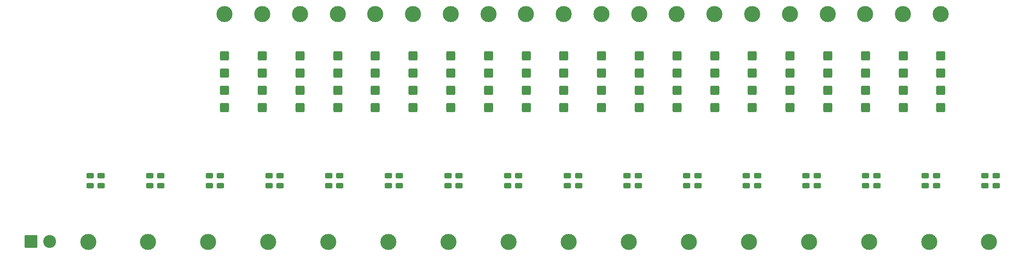
<source format=gbr>
%TF.GenerationSoftware,KiCad,Pcbnew,9.0.2*%
%TF.CreationDate,2025-05-23T14:58:01+03:00*%
%TF.ProjectId,control_unit_tester,636f6e74-726f-46c5-9f75-6e69745f7465,rev?*%
%TF.SameCoordinates,Original*%
%TF.FileFunction,Soldermask,Bot*%
%TF.FilePolarity,Negative*%
%FSLAX46Y46*%
G04 Gerber Fmt 4.6, Leading zero omitted, Abs format (unit mm)*
G04 Created by KiCad (PCBNEW 9.0.2) date 2025-05-23 14:58:01*
%MOMM*%
%LPD*%
G01*
G04 APERTURE LIST*
G04 Aperture macros list*
%AMRoundRect*
0 Rectangle with rounded corners*
0 $1 Rounding radius*
0 $2 $3 $4 $5 $6 $7 $8 $9 X,Y pos of 4 corners*
0 Add a 4 corners polygon primitive as box body*
4,1,4,$2,$3,$4,$5,$6,$7,$8,$9,$2,$3,0*
0 Add four circle primitives for the rounded corners*
1,1,$1+$1,$2,$3*
1,1,$1+$1,$4,$5*
1,1,$1+$1,$6,$7*
1,1,$1+$1,$8,$9*
0 Add four rect primitives between the rounded corners*
20,1,$1+$1,$2,$3,$4,$5,0*
20,1,$1+$1,$4,$5,$6,$7,0*
20,1,$1+$1,$6,$7,$8,$9,0*
20,1,$1+$1,$8,$9,$2,$3,0*%
G04 Aperture macros list end*
%ADD10C,3.000000*%
%ADD11RoundRect,0.250001X-0.949999X-0.949999X0.949999X-0.949999X0.949999X0.949999X-0.949999X0.949999X0*%
%ADD12C,2.400000*%
%ADD13RoundRect,0.243750X-0.456250X0.243750X-0.456250X-0.243750X0.456250X-0.243750X0.456250X0.243750X0*%
%ADD14RoundRect,0.250000X-0.600000X0.600000X-0.600000X-0.600000X0.600000X-0.600000X0.600000X0.600000X0*%
G04 APERTURE END LIST*
D10*
%TO.C,J7*%
X134789474Y-65950000D03*
%TD*%
%TO.C,J2*%
X99750000Y-65950000D03*
%TD*%
%TO.C,J22*%
X74375000Y-108425000D03*
%TD*%
%TO.C,J15*%
X190852632Y-65950000D03*
%TD*%
%TO.C,J25*%
X107885000Y-108425000D03*
%TD*%
%TO.C,J13*%
X176836842Y-65950000D03*
%TD*%
%TO.C,J21*%
X232900000Y-65950000D03*
%TD*%
%TO.C,J12*%
X169828947Y-65950000D03*
%TD*%
%TO.C,J33*%
X197245000Y-108425000D03*
%TD*%
%TO.C,J19*%
X218884211Y-65950000D03*
%TD*%
%TO.C,J27*%
X130225000Y-108425000D03*
%TD*%
%TO.C,J35*%
X219585000Y-108425000D03*
%TD*%
%TO.C,J30*%
X163735000Y-108425000D03*
%TD*%
D11*
%TO.C,J1*%
X63725000Y-108350000D03*
D12*
X67225000Y-108350000D03*
%TD*%
D10*
%TO.C,J34*%
X208415000Y-108425000D03*
%TD*%
%TO.C,J32*%
X186075000Y-108425000D03*
%TD*%
%TO.C,J6*%
X127781579Y-65950000D03*
%TD*%
%TO.C,J31*%
X174905000Y-108425000D03*
%TD*%
%TO.C,J18*%
X211876316Y-65950000D03*
%TD*%
%TO.C,J8*%
X141797368Y-65950000D03*
%TD*%
%TO.C,J14*%
X183844737Y-65950000D03*
%TD*%
%TO.C,J17*%
X204868421Y-65950000D03*
%TD*%
%TO.C,J10*%
X155813158Y-65950000D03*
%TD*%
%TO.C,J23*%
X85545000Y-108425000D03*
%TD*%
%TO.C,J28*%
X141395000Y-108425000D03*
%TD*%
%TO.C,J4*%
X113765789Y-65950000D03*
%TD*%
%TO.C,J29*%
X152565000Y-108425000D03*
%TD*%
%TO.C,J36*%
X230755000Y-108425000D03*
%TD*%
%TO.C,J5*%
X120773684Y-65950000D03*
%TD*%
%TO.C,J9*%
X148805263Y-65950000D03*
%TD*%
%TO.C,J16*%
X197860526Y-65950000D03*
%TD*%
%TO.C,J24*%
X96715000Y-108425000D03*
%TD*%
%TO.C,J3*%
X106757895Y-65950000D03*
%TD*%
%TO.C,J20*%
X225892105Y-65950000D03*
%TD*%
%TO.C,J37*%
X241925000Y-108425000D03*
%TD*%
%TO.C,J26*%
X119055000Y-108425000D03*
%TD*%
%TO.C,J11*%
X162821053Y-65950000D03*
%TD*%
D13*
%TO.C,D23*%
X165560000Y-96062500D03*
X165560000Y-97937500D03*
%TD*%
D14*
%TO.C,SW7*%
X141813158Y-73750000D03*
X141813158Y-76950000D03*
X141813158Y-80150000D03*
X141813158Y-83350000D03*
%TD*%
%TO.C,SW15*%
X197897368Y-73750000D03*
X197897368Y-76950000D03*
X197897368Y-80150000D03*
X197897368Y-83350000D03*
%TD*%
%TO.C,SW20*%
X232950000Y-73750000D03*
X232950000Y-76950000D03*
X232950000Y-80150000D03*
X232950000Y-83350000D03*
%TD*%
%TO.C,SW13*%
X183876316Y-73750000D03*
X183876316Y-76950000D03*
X183876316Y-80150000D03*
X183876316Y-83350000D03*
%TD*%
%TO.C,SW8*%
X148823684Y-73750000D03*
X148823684Y-76950000D03*
X148823684Y-80150000D03*
X148823684Y-83350000D03*
%TD*%
D13*
%TO.C,D47*%
X232130000Y-96062500D03*
X232130000Y-97937500D03*
%TD*%
%TO.C,D34*%
X96915000Y-96062500D03*
X96915000Y-97937500D03*
%TD*%
D14*
%TO.C,SW10*%
X162844737Y-73750000D03*
X162844737Y-76950000D03*
X162844737Y-80150000D03*
X162844737Y-83350000D03*
%TD*%
%TO.C,SW19*%
X225939474Y-73750000D03*
X225939474Y-76950000D03*
X225939474Y-80150000D03*
X225939474Y-83350000D03*
%TD*%
D13*
%TO.C,D46*%
X230055000Y-96062500D03*
X230055000Y-97937500D03*
%TD*%
D14*
%TO.C,SW2*%
X106760526Y-73750000D03*
X106760526Y-76950000D03*
X106760526Y-80150000D03*
X106760526Y-83350000D03*
%TD*%
D13*
%TO.C,D19*%
X154465000Y-96062500D03*
X154465000Y-97937500D03*
%TD*%
%TO.C,D28*%
X185675000Y-96062500D03*
X185675000Y-97937500D03*
%TD*%
D14*
%TO.C,SW17*%
X211918421Y-73750000D03*
X211918421Y-76950000D03*
X211918421Y-80150000D03*
X211918421Y-83350000D03*
%TD*%
D13*
%TO.C,D11*%
X121180000Y-96062500D03*
X121180000Y-97937500D03*
%TD*%
%TO.C,D16*%
X141295000Y-96062500D03*
X141295000Y-97937500D03*
%TD*%
%TO.C,D10*%
X119105000Y-96062500D03*
X119105000Y-97937500D03*
%TD*%
D14*
%TO.C,SW18*%
X218928947Y-73750000D03*
X218928947Y-76950000D03*
X218928947Y-80150000D03*
X218928947Y-83350000D03*
%TD*%
D13*
%TO.C,D49*%
X243225000Y-96062500D03*
X243225000Y-97937500D03*
%TD*%
%TO.C,D6*%
X85820000Y-96062500D03*
X85820000Y-97937500D03*
%TD*%
%TO.C,D48*%
X241150000Y-96062500D03*
X241150000Y-97937500D03*
%TD*%
%TO.C,D30*%
X196770000Y-96062500D03*
X196770000Y-97937500D03*
%TD*%
%TO.C,D29*%
X187750000Y-96062500D03*
X187750000Y-97937500D03*
%TD*%
%TO.C,D5*%
X76800000Y-96062500D03*
X76800000Y-97937500D03*
%TD*%
%TO.C,D17*%
X143370000Y-96062500D03*
X143370000Y-97937500D03*
%TD*%
%TO.C,D36*%
X108010000Y-96062500D03*
X108010000Y-97937500D03*
%TD*%
%TO.C,D12*%
X130200000Y-96062500D03*
X130200000Y-97937500D03*
%TD*%
%TO.C,D42*%
X218960000Y-96062500D03*
X218960000Y-97937500D03*
%TD*%
%TO.C,D43*%
X221035000Y-96062500D03*
X221035000Y-97937500D03*
%TD*%
%TO.C,D41*%
X209940000Y-96062500D03*
X209940000Y-97937500D03*
%TD*%
D14*
%TO.C,SW11*%
X169855263Y-73750000D03*
X169855263Y-76950000D03*
X169855263Y-80150000D03*
X169855263Y-83350000D03*
%TD*%
D13*
%TO.C,D13*%
X132275000Y-96062500D03*
X132275000Y-97937500D03*
%TD*%
%TO.C,D4*%
X74725000Y-96062500D03*
X74725000Y-97937500D03*
%TD*%
D14*
%TO.C,SW9*%
X155834211Y-73750000D03*
X155834211Y-76950000D03*
X155834211Y-80150000D03*
X155834211Y-83350000D03*
%TD*%
%TO.C,SW5*%
X127792105Y-73750000D03*
X127792105Y-76950000D03*
X127792105Y-80150000D03*
X127792105Y-83350000D03*
%TD*%
%TO.C,SW1*%
X99750000Y-73750000D03*
X99750000Y-76950000D03*
X99750000Y-80150000D03*
X99750000Y-83350000D03*
%TD*%
D13*
%TO.C,D25*%
X176655000Y-96062500D03*
X176655000Y-97937500D03*
%TD*%
D14*
%TO.C,SW16*%
X204907895Y-73750000D03*
X204907895Y-76950000D03*
X204907895Y-80150000D03*
X204907895Y-83350000D03*
%TD*%
D13*
%TO.C,D7*%
X87895000Y-96062500D03*
X87895000Y-97937500D03*
%TD*%
D14*
%TO.C,SW6*%
X134802632Y-73750000D03*
X134802632Y-76950000D03*
X134802632Y-80150000D03*
X134802632Y-83350000D03*
%TD*%
D13*
%TO.C,D40*%
X207865000Y-96062500D03*
X207865000Y-97937500D03*
%TD*%
D14*
%TO.C,SW12*%
X176865789Y-73750000D03*
X176865789Y-76950000D03*
X176865789Y-80150000D03*
X176865789Y-83350000D03*
%TD*%
D13*
%TO.C,D37*%
X110085000Y-96062500D03*
X110085000Y-97937500D03*
%TD*%
%TO.C,D22*%
X163485000Y-96062500D03*
X163485000Y-97937500D03*
%TD*%
%TO.C,D24*%
X174580000Y-96062500D03*
X174580000Y-97937500D03*
%TD*%
D14*
%TO.C,SW14*%
X190886842Y-73750000D03*
X190886842Y-76950000D03*
X190886842Y-80150000D03*
X190886842Y-83350000D03*
%TD*%
%TO.C,SW3*%
X113771053Y-73750000D03*
X113771053Y-76950000D03*
X113771053Y-80150000D03*
X113771053Y-83350000D03*
%TD*%
D13*
%TO.C,D31*%
X198845000Y-96062500D03*
X198845000Y-97937500D03*
%TD*%
%TO.C,D35*%
X98990000Y-96062500D03*
X98990000Y-97937500D03*
%TD*%
%TO.C,D18*%
X152390000Y-96062500D03*
X152390000Y-97937500D03*
%TD*%
D14*
%TO.C,SW4*%
X120781579Y-73750000D03*
X120781579Y-76950000D03*
X120781579Y-80150000D03*
X120781579Y-83350000D03*
%TD*%
M02*

</source>
